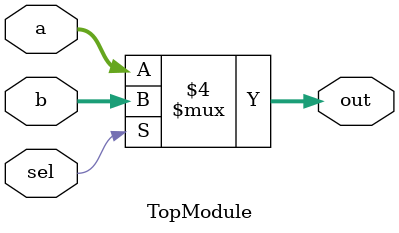
<source format=sv>

module TopModule (
  input sel,
  input [7:0] a,
  input [7:0] b,
  output reg [7:0] out
);
  always @(*) begin
    if (!sel)
      out = a;
    else
      out = b;
  end

endmodule

</source>
